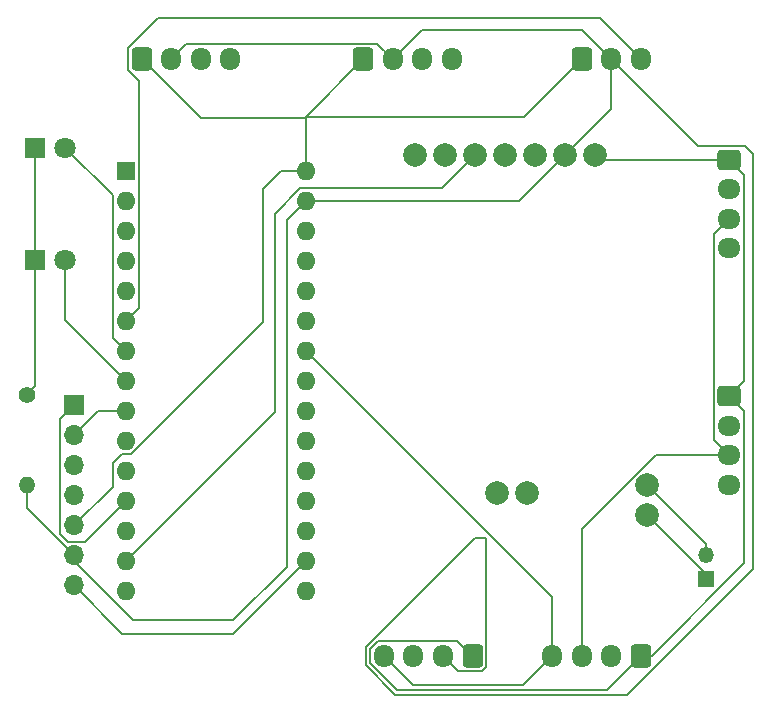
<source format=gbr>
%TF.GenerationSoftware,KiCad,Pcbnew,9.0.0*%
%TF.CreationDate,2025-03-15T15:19:18-03:00*%
%TF.ProjectId,can,63616e2e-6b69-4636-9164-5f7063625858,rev?*%
%TF.SameCoordinates,Original*%
%TF.FileFunction,Copper,L1,Top*%
%TF.FilePolarity,Positive*%
%FSLAX46Y46*%
G04 Gerber Fmt 4.6, Leading zero omitted, Abs format (unit mm)*
G04 Created by KiCad (PCBNEW 9.0.0) date 2025-03-15 15:19:18*
%MOMM*%
%LPD*%
G01*
G04 APERTURE LIST*
G04 Aperture macros list*
%AMRoundRect*
0 Rectangle with rounded corners*
0 $1 Rounding radius*
0 $2 $3 $4 $5 $6 $7 $8 $9 X,Y pos of 4 corners*
0 Add a 4 corners polygon primitive as box body*
4,1,4,$2,$3,$4,$5,$6,$7,$8,$9,$2,$3,0*
0 Add four circle primitives for the rounded corners*
1,1,$1+$1,$2,$3*
1,1,$1+$1,$4,$5*
1,1,$1+$1,$6,$7*
1,1,$1+$1,$8,$9*
0 Add four rect primitives between the rounded corners*
20,1,$1+$1,$2,$3,$4,$5,0*
20,1,$1+$1,$4,$5,$6,$7,0*
20,1,$1+$1,$6,$7,$8,$9,0*
20,1,$1+$1,$8,$9,$2,$3,0*%
G04 Aperture macros list end*
%TA.AperFunction,ComponentPad*%
%ADD10O,1.700000X1.950000*%
%TD*%
%TA.AperFunction,ComponentPad*%
%ADD11RoundRect,0.250000X-0.600000X-0.725000X0.600000X-0.725000X0.600000X0.725000X-0.600000X0.725000X0*%
%TD*%
%TA.AperFunction,ComponentPad*%
%ADD12RoundRect,0.250000X0.600000X0.725000X-0.600000X0.725000X-0.600000X-0.725000X0.600000X-0.725000X0*%
%TD*%
%TA.AperFunction,ComponentPad*%
%ADD13O,1.700000X1.700000*%
%TD*%
%TA.AperFunction,ComponentPad*%
%ADD14R,1.700000X1.700000*%
%TD*%
%TA.AperFunction,ComponentPad*%
%ADD15C,1.400000*%
%TD*%
%TA.AperFunction,ComponentPad*%
%ADD16O,1.400000X1.400000*%
%TD*%
%TA.AperFunction,ComponentPad*%
%ADD17C,2.000000*%
%TD*%
%TA.AperFunction,ComponentPad*%
%ADD18R,1.350000X1.350000*%
%TD*%
%TA.AperFunction,ComponentPad*%
%ADD19O,1.350000X1.350000*%
%TD*%
%TA.AperFunction,ComponentPad*%
%ADD20RoundRect,0.250000X-0.725000X0.600000X-0.725000X-0.600000X0.725000X-0.600000X0.725000X0.600000X0*%
%TD*%
%TA.AperFunction,ComponentPad*%
%ADD21O,1.950000X1.700000*%
%TD*%
%TA.AperFunction,ComponentPad*%
%ADD22R,1.800000X1.800000*%
%TD*%
%TA.AperFunction,ComponentPad*%
%ADD23C,1.800000*%
%TD*%
%TA.AperFunction,ComponentPad*%
%ADD24R,1.600000X1.600000*%
%TD*%
%TA.AperFunction,ComponentPad*%
%ADD25O,1.600000X1.600000*%
%TD*%
%TA.AperFunction,Conductor*%
%ADD26C,0.200000*%
%TD*%
G04 APERTURE END LIST*
D10*
%TO.P,J1,4,Pin_4*%
%TO.N,Net-(J1-Pin_4)*%
X137250000Y-52475000D03*
%TO.P,J1,3,Pin_3*%
%TO.N,Net-(J1-Pin_3)*%
X134750000Y-52475000D03*
%TO.P,J1,2,Pin_2*%
%TO.N,GND*%
X132250000Y-52475000D03*
D11*
%TO.P,J1,1,Pin_1*%
%TO.N,12V*%
X129750000Y-52475000D03*
%TD*%
D10*
%TO.P,J6,4,Pin_4*%
%TO.N,Net-(A1-A5)*%
X150250000Y-103025000D03*
%TO.P,J6,3,Pin_3*%
%TO.N,Net-(A1-A4)*%
X152750000Y-103025000D03*
%TO.P,J6,2,Pin_2*%
%TO.N,GND*%
X155250000Y-103025000D03*
D12*
%TO.P,J6,1,Pin_1*%
%TO.N,3.3V*%
X157750000Y-103025000D03*
%TD*%
D13*
%TO.P,J9,7,Pin_7*%
%TO.N,3.3V*%
X124000000Y-97040000D03*
%TO.P,J9,6,Pin_6*%
%TO.N,GND*%
X124000000Y-94500000D03*
%TO.P,J9,5,Pin_5*%
%TO.N,12V*%
X124000000Y-91960000D03*
%TO.P,J9,4,Pin_4*%
%TO.N,A0*%
X124000000Y-89420000D03*
%TO.P,J9,3,Pin_3*%
%TO.N,A1*%
X124000000Y-86880000D03*
%TO.P,J9,2,Pin_2*%
%TO.N,D6*%
X124000000Y-84340000D03*
D14*
%TO.P,J9,1,Pin_1*%
%TO.N,D9*%
X124000000Y-81800000D03*
%TD*%
D15*
%TO.P,R1,1*%
%TO.N,Net-(D1-K)*%
X120000000Y-80880000D03*
D16*
%TO.P,R1,2*%
%TO.N,GND*%
X120000000Y-88500000D03*
%TD*%
D17*
%TO.P,M1,1,int*%
%TO.N,Net-(A1-D2)*%
X152875000Y-60615000D03*
%TO.P,M1,2,sck*%
%TO.N,Net-(A1-D13)*%
X155415000Y-60615000D03*
%TO.P,M1,3,si*%
%TO.N,Net-(A1-D11)*%
X157955000Y-60615000D03*
%TO.P,M1,4,so*%
%TO.N,Net-(A1-D12)*%
X160495000Y-60615000D03*
%TO.P,M1,5,cs*%
%TO.N,Net-(A1-D10)*%
X163035000Y-60615000D03*
%TO.P,M1,6,gnd*%
%TO.N,GND*%
X165575000Y-60615000D03*
%TO.P,M1,7,vcc*%
%TO.N,3.3V*%
X168115000Y-60615000D03*
%TO.P,M1,8,can_L*%
%TO.N,Net-(J1-Pin_4)*%
X159860000Y-89190000D03*
%TO.P,M1,9,can_H*%
%TO.N,Net-(J1-Pin_3)*%
X162400000Y-89190000D03*
%TO.P,M1,10,R1*%
%TO.N,Net-(J8-Pin_2)*%
X172560000Y-88555000D03*
%TO.P,M1,11,R2*%
%TO.N,Net-(J8-Pin_1)*%
X172560000Y-91095000D03*
%TD*%
D18*
%TO.P,J8,1,Pin_1*%
%TO.N,Net-(J8-Pin_1)*%
X177500000Y-96500000D03*
D19*
%TO.P,J8,2,Pin_2*%
%TO.N,Net-(J8-Pin_2)*%
X177500000Y-94500000D03*
%TD*%
D11*
%TO.P,CAN,1,Pin_1*%
%TO.N,12V*%
X167000000Y-52475000D03*
D10*
%TO.P,CAN,2,Pin_2*%
%TO.N,GND*%
X169500000Y-52475000D03*
%TO.P,CAN,3,Pin_3*%
%TO.N,Net-(A1-D3)*%
X172000000Y-52475000D03*
%TD*%
D12*
%TO.P,J5,1,Pin_1*%
%TO.N,3.3V*%
X172000000Y-103000000D03*
D10*
%TO.P,J5,2,Pin_2*%
%TO.N,GND*%
X169500000Y-103000000D03*
%TO.P,J5,3,Pin_3*%
%TO.N,Net-(A1-A4)*%
X167000000Y-103000000D03*
%TO.P,J5,4,Pin_4*%
%TO.N,Net-(A1-A5)*%
X164500000Y-103000000D03*
%TD*%
D20*
%TO.P,J4,1,Pin_1*%
%TO.N,3.3V*%
X179500000Y-81000000D03*
D21*
%TO.P,J4,2,Pin_2*%
%TO.N,GND*%
X179500000Y-83500000D03*
%TO.P,J4,3,Pin_3*%
%TO.N,Net-(A1-A4)*%
X179500000Y-86000000D03*
%TO.P,J4,4,Pin_4*%
%TO.N,Net-(A1-A5)*%
X179500000Y-88500000D03*
%TD*%
D20*
%TO.P,J3,1,Pin_1*%
%TO.N,3.3V*%
X179500000Y-61000000D03*
D21*
%TO.P,J3,2,Pin_2*%
%TO.N,GND*%
X179500000Y-63500000D03*
%TO.P,J3,3,Pin_3*%
%TO.N,Net-(A1-A4)*%
X179500000Y-66000000D03*
%TO.P,J3,4,Pin_4*%
%TO.N,Net-(A1-A5)*%
X179500000Y-68500000D03*
%TD*%
D11*
%TO.P,J2,1,Pin_1*%
%TO.N,12V*%
X148500000Y-52500000D03*
D10*
%TO.P,J2,2,Pin_2*%
%TO.N,GND*%
X151000000Y-52500000D03*
%TO.P,J2,3,Pin_3*%
%TO.N,Net-(J1-Pin_3)*%
X153500000Y-52500000D03*
%TO.P,J2,4,Pin_4*%
%TO.N,Net-(J1-Pin_4)*%
X156000000Y-52500000D03*
%TD*%
D22*
%TO.P,D2,1,K*%
%TO.N,Net-(D1-K)*%
X120725000Y-60000000D03*
D23*
%TO.P,D2,2,A*%
%TO.N,Net-(A1-D4)*%
X123265000Y-60000000D03*
%TD*%
D22*
%TO.P,D1,1,K*%
%TO.N,Net-(D1-K)*%
X120725000Y-69500000D03*
D23*
%TO.P,D1,2,A*%
%TO.N,Net-(A1-D5)*%
X123265000Y-69500000D03*
%TD*%
D24*
%TO.P,A1,1,D1/TX*%
%TO.N,unconnected-(A1-D1{slash}TX-Pad1)*%
X128390000Y-61950000D03*
D25*
%TO.P,A1,2,D0/RX*%
%TO.N,unconnected-(A1-D0{slash}RX-Pad2)*%
X128390000Y-64490000D03*
%TO.P,A1,3,~{RESET}*%
%TO.N,unconnected-(A1-~{RESET}-Pad3)*%
X128390000Y-67030000D03*
%TO.P,A1,4,GND*%
%TO.N,unconnected-(A1-GND-Pad4)*%
X128390000Y-69570000D03*
%TO.P,A1,5,D2*%
%TO.N,Net-(A1-D2)*%
X128390000Y-72110000D03*
%TO.P,A1,6,D3*%
%TO.N,Net-(A1-D3)*%
X128390000Y-74650000D03*
%TO.P,A1,7,D4*%
%TO.N,Net-(A1-D4)*%
X128390000Y-77190000D03*
%TO.P,A1,8,D5*%
%TO.N,Net-(A1-D5)*%
X128390000Y-79730000D03*
%TO.P,A1,9,D6*%
%TO.N,D6*%
X128390000Y-82270000D03*
%TO.P,A1,10,D7*%
%TO.N,unconnected-(A1-D7-Pad10)*%
X128390000Y-84810000D03*
%TO.P,A1,11,D8*%
%TO.N,unconnected-(A1-D8-Pad11)*%
X128390000Y-87350000D03*
%TO.P,A1,12,D9*%
%TO.N,D9*%
X128390000Y-89890000D03*
%TO.P,A1,13,D10*%
%TO.N,Net-(A1-D10)*%
X128390000Y-92430000D03*
%TO.P,A1,14,D11*%
%TO.N,Net-(A1-D11)*%
X128390000Y-94970000D03*
%TO.P,A1,15,D12*%
%TO.N,Net-(A1-D12)*%
X128390000Y-97510000D03*
%TO.P,A1,16,D13*%
%TO.N,Net-(A1-D13)*%
X143630000Y-97510000D03*
%TO.P,A1,17,3V3*%
%TO.N,3.3V*%
X143630000Y-94970000D03*
%TO.P,A1,18,AREF*%
%TO.N,unconnected-(A1-AREF-Pad18)*%
X143630000Y-92430000D03*
%TO.P,A1,19,A0*%
%TO.N,A0*%
X143630000Y-89890000D03*
%TO.P,A1,20,A1*%
%TO.N,A1*%
X143630000Y-87350000D03*
%TO.P,A1,21,A2*%
%TO.N,unconnected-(A1-A2-Pad21)*%
X143630000Y-84810000D03*
%TO.P,A1,22,A3*%
%TO.N,unconnected-(A1-A3-Pad22)*%
X143630000Y-82270000D03*
%TO.P,A1,23,A4*%
%TO.N,Net-(A1-A4)*%
X143630000Y-79730000D03*
%TO.P,A1,24,A5*%
%TO.N,Net-(A1-A5)*%
X143630000Y-77190000D03*
%TO.P,A1,25,A6*%
%TO.N,unconnected-(A1-A6-Pad25)*%
X143630000Y-74650000D03*
%TO.P,A1,26,A7*%
%TO.N,unconnected-(A1-A7-Pad26)*%
X143630000Y-72110000D03*
%TO.P,A1,27,+5V*%
%TO.N,unconnected-(A1-+5V-Pad27)*%
X143630000Y-69570000D03*
%TO.P,A1,28,~{RESET}*%
%TO.N,unconnected-(A1-~{RESET}-Pad28)*%
X143630000Y-67030000D03*
%TO.P,A1,29,GND*%
%TO.N,GND*%
X143630000Y-64490000D03*
%TO.P,A1,30,VIN*%
%TO.N,12V*%
X143630000Y-61950000D03*
%TD*%
D26*
%TO.N,GND*%
X176874000Y-59849000D02*
X169500000Y-52475000D01*
X180849000Y-59849000D02*
X176874000Y-59849000D01*
X181500000Y-95611160D02*
X181500000Y-60500000D01*
X181500000Y-60500000D02*
X180849000Y-59849000D01*
X170809160Y-106302000D02*
X181500000Y-95611160D01*
X151207140Y-106302000D02*
X170809160Y-106302000D01*
X148698000Y-102257140D02*
X148698000Y-103792860D01*
X157927040Y-93028100D02*
X148698000Y-102257140D01*
X148698000Y-103792860D02*
X151207140Y-106302000D01*
X158901000Y-93028100D02*
X157927040Y-93028100D01*
X158901000Y-103985160D02*
X158901000Y-93028100D01*
X158585160Y-104301000D02*
X158901000Y-103985160D01*
X156526000Y-104301000D02*
X158585160Y-104301000D01*
X155250000Y-103025000D02*
X156526000Y-104301000D01*
%TO.N,3.3V*%
X151373240Y-105901000D02*
X169099000Y-105901000D01*
X169099000Y-105901000D02*
X172000000Y-103000000D01*
X149099000Y-102423240D02*
X149099000Y-103626760D01*
X156474000Y-101749000D02*
X149773240Y-101749000D01*
X149773240Y-101749000D02*
X149099000Y-102423240D01*
X149099000Y-103626760D02*
X151373240Y-105901000D01*
X157750000Y-103025000D02*
X156474000Y-101749000D01*
%TO.N,Net-(A1-A5)*%
X162000000Y-105500000D02*
X152725000Y-105500000D01*
X152725000Y-105500000D02*
X150250000Y-103025000D01*
X164500000Y-103000000D02*
X162000000Y-105500000D01*
%TO.N,Net-(A1-A4)*%
X178224000Y-67276000D02*
X179500000Y-66000000D01*
X179500000Y-86000000D02*
X178224000Y-84724000D01*
X178224000Y-84724000D02*
X178224000Y-67276000D01*
%TO.N,Net-(A1-D11)*%
X155181000Y-63389000D02*
X157955000Y-60615000D01*
X141000000Y-65562950D02*
X143173950Y-63389000D01*
X141000000Y-82360000D02*
X141000000Y-65562950D01*
X143173950Y-63389000D02*
X155181000Y-63389000D01*
X128390000Y-94970000D02*
X141000000Y-82360000D01*
%TO.N,12V*%
X140000000Y-63500000D02*
X141550000Y-61950000D01*
X140000000Y-74757050D02*
X140000000Y-63500000D01*
X128846050Y-85911000D02*
X140000000Y-74757050D01*
X128089000Y-85911000D02*
X128846050Y-85911000D01*
X141550000Y-61950000D02*
X143630000Y-61950000D01*
X127289000Y-86711000D02*
X128089000Y-85911000D01*
X127289000Y-88671000D02*
X127289000Y-86711000D01*
X124000000Y-91960000D02*
X127289000Y-88671000D01*
X134775000Y-57500000D02*
X143500000Y-57500000D01*
%TO.N,Net-(A1-A5)*%
X164500000Y-98060000D02*
X143630000Y-77190000D01*
X164500000Y-103000000D02*
X164500000Y-98060000D01*
X164500000Y-103000000D02*
X164000000Y-103000000D01*
%TO.N,Net-(A1-A4)*%
X173275108Y-86000000D02*
X179500000Y-86000000D01*
X167000000Y-92275108D02*
X173275108Y-86000000D01*
X167000000Y-103000000D02*
X167000000Y-92275108D01*
%TO.N,Net-(A1-D3)*%
X168525000Y-49000000D02*
X172000000Y-52475000D01*
X131113840Y-49000000D02*
X168525000Y-49000000D01*
X128599000Y-53435160D02*
X128599000Y-51514840D01*
X129491000Y-54327160D02*
X128599000Y-53435160D01*
X128599000Y-51514840D02*
X131113840Y-49000000D01*
X129491000Y-73549000D02*
X129491000Y-54327160D01*
X128390000Y-74650000D02*
X129491000Y-73549000D01*
%TO.N,D9*%
X123523240Y-93349000D02*
X124931000Y-93349000D01*
X122849000Y-92674760D02*
X123523240Y-93349000D01*
X122849000Y-82951000D02*
X122849000Y-92674760D01*
X124931000Y-93349000D02*
X128390000Y-89890000D01*
X124000000Y-81800000D02*
X122849000Y-82951000D01*
%TO.N,D6*%
X126070000Y-82270000D02*
X128390000Y-82270000D01*
X124000000Y-84340000D02*
X126070000Y-82270000D01*
%TO.N,12V*%
X143630000Y-61950000D02*
X143630000Y-57370000D01*
%TO.N,GND*%
X142000000Y-95500000D02*
X142000000Y-66120000D01*
X137500000Y-100000000D02*
X142000000Y-95500000D01*
X129000000Y-100000000D02*
X137500000Y-100000000D01*
X142000000Y-66120000D02*
X143630000Y-64490000D01*
X124000000Y-94500000D02*
X124000000Y-95000000D01*
X124000000Y-95000000D02*
X129000000Y-100000000D01*
%TO.N,Net-(D1-K)*%
X120725000Y-69500000D02*
X120725000Y-60000000D01*
X120725000Y-80155000D02*
X120725000Y-69500000D01*
X120000000Y-80880000D02*
X120725000Y-80155000D01*
%TO.N,GND*%
X120000000Y-90500000D02*
X120000000Y-88500000D01*
X124000000Y-94500000D02*
X120000000Y-90500000D01*
%TO.N,3.3V*%
X128109000Y-101149000D02*
X137451000Y-101149000D01*
X124000000Y-97040000D02*
X128109000Y-101149000D01*
X137451000Y-101149000D02*
X143630000Y-94970000D01*
%TO.N,Net-(J8-Pin_1)*%
X177500000Y-96035000D02*
X172560000Y-91095000D01*
X177500000Y-96500000D02*
X177500000Y-96035000D01*
%TO.N,Net-(J8-Pin_2)*%
X177500000Y-93495000D02*
X177500000Y-94500000D01*
X172560000Y-88555000D02*
X177500000Y-93495000D01*
%TO.N,GND*%
X133526000Y-51199000D02*
X132250000Y-52475000D01*
X149699000Y-51199000D02*
X133526000Y-51199000D01*
X151000000Y-52500000D02*
X149699000Y-51199000D01*
X153500000Y-50000000D02*
X151000000Y-52500000D01*
X167025000Y-50000000D02*
X153500000Y-50000000D01*
X169500000Y-52475000D02*
X167025000Y-50000000D01*
X169500000Y-56690000D02*
X169500000Y-52475000D01*
X165575000Y-60615000D02*
X169500000Y-56690000D01*
X161700000Y-64490000D02*
X165575000Y-60615000D01*
X143630000Y-64490000D02*
X161700000Y-64490000D01*
%TO.N,Net-(A1-D4)*%
X123265000Y-60000000D02*
X127289000Y-64024000D01*
X127289000Y-64024000D02*
X127289000Y-76089000D01*
X127289000Y-76089000D02*
X128390000Y-77190000D01*
%TO.N,Net-(A1-D5)*%
X123265000Y-74605000D02*
X128390000Y-79730000D01*
X123265000Y-69500000D02*
X123265000Y-74605000D01*
%TO.N,3.3V*%
X172952000Y-103000000D02*
X172000000Y-103000000D01*
X180776000Y-95176000D02*
X172952000Y-103000000D01*
X180776000Y-82276000D02*
X180776000Y-95176000D01*
X179500000Y-81000000D02*
X180776000Y-82276000D01*
X180776000Y-62276000D02*
X179500000Y-61000000D01*
X180776000Y-79724000D02*
X180776000Y-62276000D01*
X179500000Y-81000000D02*
X180776000Y-79724000D01*
X168500000Y-61000000D02*
X168115000Y-60615000D01*
X179500000Y-61000000D02*
X168500000Y-61000000D01*
%TO.N,12V*%
X143630000Y-57370000D02*
X162105000Y-57370000D01*
X162105000Y-57370000D02*
X167000000Y-52475000D01*
X143500000Y-57500000D02*
X143630000Y-57370000D01*
X129750000Y-52475000D02*
X134775000Y-57500000D01*
X143630000Y-57370000D02*
X148500000Y-52500000D01*
%TD*%
M02*

</source>
